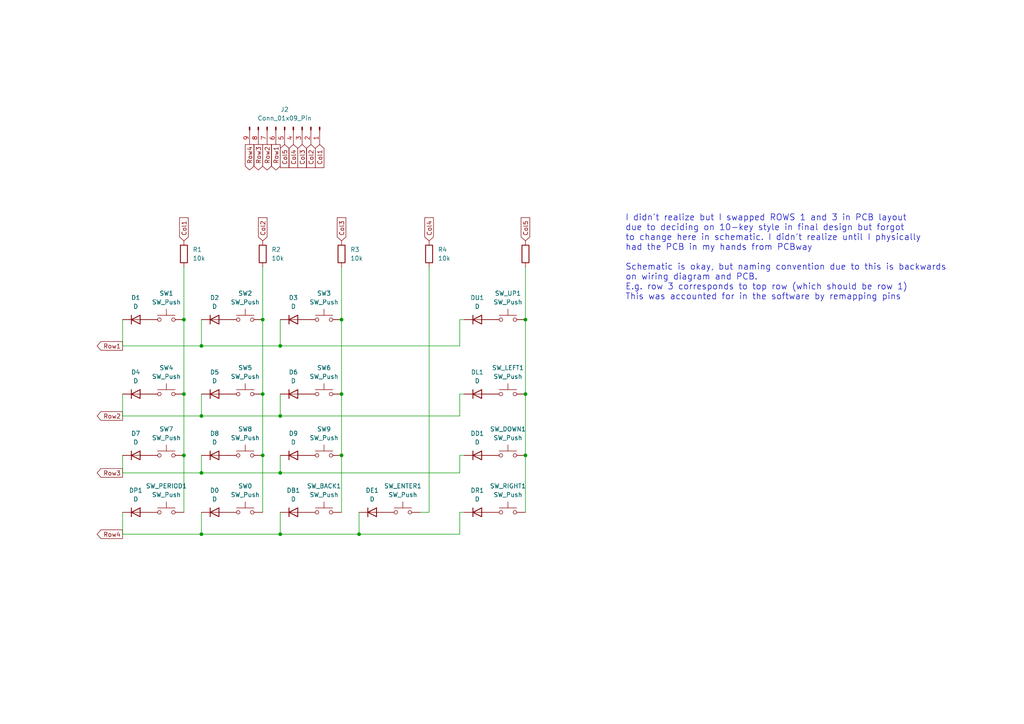
<source format=kicad_sch>
(kicad_sch (version 20231120) (generator "eeschema") (generator_version "8.0")
  (paper "A4")
  (lib_symbols
    (symbol "Connector:Conn_01x09_Pin" (pin_names (offset 1.016) hide)
      (property "Reference" "J" (at 0 12.7 0))
      (property "Value" "Conn_01x09_Pin" (at 0 -12.7 0))
      (symbol "Conn_01x09_Pin_1_1"
        (polyline (pts (xy 1.27 -10.16) (xy 0.8636 -10.16)) (stroke (width 0.1524)))
        (polyline (pts (xy 1.27 -7.62) (xy 0.8636 -7.62)) (stroke (width 0.1524)))
        (polyline (pts (xy 1.27 -5.08) (xy 0.8636 -5.08)) (stroke (width 0.1524)))
        (polyline (pts (xy 1.27 -2.54) (xy 0.8636 -2.54)) (stroke (width 0.1524)))
        (polyline (pts (xy 1.27 0) (xy 0.8636 0)) (stroke (width 0.1524)))
        (polyline (pts (xy 1.27 2.54) (xy 0.8636 2.54)) (stroke (width 0.1524)))
        (polyline (pts (xy 1.27 5.08) (xy 0.8636 5.08)) (stroke (width 0.1524)))
        (polyline (pts (xy 1.27 7.62) (xy 0.8636 7.62)) (stroke (width 0.1524)))
        (polyline (pts (xy 1.27 10.16) (xy 0.8636 10.16)) (stroke (width 0.1524)))
        (rectangle (start 0.8636 -10.033) (end 0 -10.287) (stroke (width 0.1524)) (fill (type outline)))
        (rectangle (start 0.8636 -7.493) (end 0 -7.747) (stroke (width 0.1524)) (fill (type outline)))
        (rectangle (start 0.8636 -4.953) (end 0 -5.207) (stroke (width 0.1524)) (fill (type outline)))
        (rectangle (start 0.8636 -2.413) (end 0 -2.667) (stroke (width 0.1524)) (fill (type outline)))
        (rectangle (start 0.8636 0.127) (end 0 -0.127) (stroke (width 0.1524)) (fill (type outline)))
        (rectangle (start 0.8636 2.667) (end 0 2.413) (stroke (width 0.1524)) (fill (type outline)))
        (rectangle (start 0.8636 5.207) (end 0 4.953) (stroke (width 0.1524)) (fill (type outline)))
        (rectangle (start 0.8636 7.747) (end 0 7.493) (stroke (width 0.1524)) (fill (type outline)))
        (rectangle (start 0.8636 10.287) (end 0 10.033) (stroke (width 0.1524)) (fill (type outline)))
        (pin passive line (at 5.08 10.16 180) (length 3.81) (name "Pin_1") (number "1"))
        (pin passive line (at 5.08 7.62 180) (length 3.81) (name "Pin_2") (number "2"))
        (pin passive line (at 5.08 5.08 180) (length 3.81) (name "Pin_3") (number "3"))
        (pin passive line (at 5.08 2.54 180) (length 3.81) (name "Pin_4") (number "4"))
        (pin passive line (at 5.08 0 180) (length 3.81) (name "Pin_5") (number "5"))
        (pin passive line (at 5.08 -2.54 180) (length 3.81) (name "Pin_6") (number "6"))
        (pin passive line (at 5.08 -5.08 180) (length 3.81) (name "Pin_7") (number "7"))
        (pin passive line (at 5.08 -7.62 180) (length 3.81) (name "Pin_8") (number "8"))
        (pin passive line (at 5.08 -10.16 180) (length 3.81) (name "Pin_9") (number "9"))
      )
    )
    (symbol "Device:D" (pin_numbers hide) (pin_names (offset 1.016) hide)
      (property "Reference" "D" (at 0 2.54 0))
      (property "Value" "D" (at 0 -2.54 0))
      (symbol "D_0_1"
        (polyline (pts (xy -1.27 1.27) (xy -1.27 -1.27)) (stroke (width 0.254)))
        (polyline (pts (xy 1.27 0) (xy -1.27 0)))
        (polyline (pts (xy 1.27 1.27) (xy 1.27 -1.27) (xy -1.27 0) (xy 1.27 1.27)) (stroke (width 0.254)))
      )
      (symbol "D_1_1"
        (pin passive line (at -3.81 0 0) (length 2.54) (name "K") (number "1"))
        (pin passive line (at 3.81 0 180) (length 2.54) (name "A") (number "2"))
      )
    )
    (symbol "Device:R" (pin_numbers hide) (pin_names (offset 0))
      (property "Reference" "R" (at 2.032 0 90))
      (property "Value" "R" (at 0 0 90))
      (symbol "R_0_1"
        (rectangle (start -1.016 -2.54) (end 1.016 2.54) (stroke (width 0.254)))
      )
      (symbol "R_1_1"
        (pin passive line (at 0 3.81 270) (length 1.27) (name "~") (number "1"))
        (pin passive line (at 0 -3.81 90) (length 1.27) (name "~") (number "2"))
      )
    )
    (symbol "Switch:SW_Push" (pin_numbers hide) (pin_names (offset 1.016) hide)
      (property "Reference" "SW" (at 1.27 2.54 0))
      (property "Value" "SW_Push" (at 0 -1.524 0))
      (symbol "SW_Push_0_1"
        (circle (center -2.032 0) (radius 0.508))
        (polyline (pts (xy 0 1.27) (xy 0 3.048)))
        (polyline (pts (xy 2.54 1.27) (xy -2.54 1.27)))
        (circle (center 2.032 0) (radius 0.508))
        (pin passive line (at -5.08 0 0) (length 2.54) (name "1") (number "1"))
        (pin passive line (at 5.08 0 180) (length 2.54) (name "2") (number "2"))
      )
    )
  )
  (junction (at 99.06 92.71))
  (junction (at 152.4 92.71))
  (junction (at 152.4 114.3))
  (junction (at 76.2 114.3))
  (junction (at 53.34 114.3))
  (junction (at 81.28 120.65))
  (junction (at 81.28 137.16))
  (junction (at 76.2 92.71))
  (junction (at 99.06 114.3))
  (junction (at 104.14 154.94))
  (junction (at 58.42 154.94))
  (junction (at 81.28 100.33))
  (junction (at 58.42 120.65))
  (junction (at 81.28 154.94))
  (junction (at 58.42 100.33))
  (junction (at 58.42 137.16))
  (junction (at 53.34 92.71))
  (junction (at 53.34 132.08))
  (junction (at 99.06 132.08))
  (junction (at 152.4 132.08))
  (junction (at 76.2 132.08))
  (wire (pts (xy 104.14 154.94) (xy 133.35 154.94)))
  (wire (pts (xy 133.35 92.71) (xy 133.35 100.33)))
  (wire (pts (xy 76.2 77.47) (xy 76.2 92.71)))
  (wire (pts (xy 76.2 132.08) (xy 76.2 114.3)))
  (wire (pts (xy 53.34 114.3) (xy 53.34 132.08)))
  (wire (pts (xy 81.28 148.59) (xy 81.28 154.94)))
  (wire (pts (xy 35.56 92.71) (xy 35.56 100.33)))
  (wire (pts (xy 35.56 137.16) (xy 58.42 137.16)))
  (wire (pts (xy 133.35 148.59) (xy 133.35 154.94)))
  (wire (pts (xy 76.2 132.08) (xy 76.2 148.59)))
  (wire (pts (xy 81.28 132.08) (xy 81.28 137.16)))
  (wire (pts (xy 99.06 92.71) (xy 99.06 114.3)))
  (wire (pts (xy 133.35 148.59) (xy 134.62 148.59)))
  (wire (pts (xy 35.56 148.59) (xy 35.56 154.94)))
  (wire (pts (xy 133.35 137.16) (xy 81.28 137.16)))
  (wire (pts (xy 152.4 77.47) (xy 152.4 92.71)))
  (wire (pts (xy 35.56 100.33) (xy 58.42 100.33)))
  (wire (pts (xy 133.35 132.08) (xy 134.62 132.08)))
  (wire (pts (xy 133.35 100.33) (xy 81.28 100.33)))
  (wire (pts (xy 35.56 114.3) (xy 35.56 120.65)))
  (wire (pts (xy 58.42 148.59) (xy 58.42 154.94)))
  (wire (pts (xy 35.56 120.65) (xy 58.42 120.65)))
  (wire (pts (xy 133.35 132.08) (xy 133.35 137.16)))
  (wire (pts (xy 58.42 154.94) (xy 81.28 154.94)))
  (wire (pts (xy 99.06 77.47) (xy 99.06 92.71)))
  (wire (pts (xy 58.42 120.65) (xy 81.28 120.65)))
  (wire (pts (xy 121.92 148.59) (xy 124.46 148.59)))
  (wire (pts (xy 152.4 132.08) (xy 152.4 148.59)))
  (wire (pts (xy 81.28 154.94) (xy 104.14 154.94)))
  (wire (pts (xy 81.28 92.71) (xy 81.28 100.33)))
  (wire (pts (xy 58.42 114.3) (xy 58.42 120.65)))
  (wire (pts (xy 35.56 154.94) (xy 58.42 154.94)))
  (wire (pts (xy 76.2 92.71) (xy 76.2 114.3)))
  (wire (pts (xy 133.35 114.3) (xy 134.62 114.3)))
  (wire (pts (xy 35.56 132.08) (xy 35.56 137.16)))
  (wire (pts (xy 152.4 92.71) (xy 152.4 114.3)))
  (wire (pts (xy 58.42 100.33) (xy 81.28 100.33)))
  (wire (pts (xy 58.42 132.08) (xy 58.42 137.16)))
  (wire (pts (xy 133.35 114.3) (xy 133.35 120.65)))
  (wire (pts (xy 99.06 114.3) (xy 99.06 132.08)))
  (wire (pts (xy 104.14 148.59) (xy 104.14 154.94)))
  (wire (pts (xy 53.34 132.08) (xy 53.34 148.59)))
  (wire (pts (xy 152.4 114.3) (xy 152.4 132.08)))
  (wire (pts (xy 124.46 148.59) (xy 124.46 77.47)))
  (wire (pts (xy 53.34 92.71) (xy 53.34 114.3)))
  (wire (pts (xy 134.62 92.71) (xy 133.35 92.71)))
  (wire (pts (xy 99.06 132.08) (xy 99.06 148.59)))
  (wire (pts (xy 133.35 120.65) (xy 81.28 120.65)))
  (wire (pts (xy 58.42 92.71) (xy 58.42 100.33)))
  (wire (pts (xy 53.34 77.47) (xy 53.34 92.71)))
  (wire (pts (xy 58.42 137.16) (xy 81.28 137.16)))
  (wire (pts (xy 81.28 114.3) (xy 81.28 120.65)))
  (text "I didn't realize but I swapped ROWS 1 and 3 in PCB layout \ndue to deciding on 10-key style in final design but forgot \nto change here in schematic. I didn't realize until I physically\nhad the PCB in my hands from PCBway\n\nSchematic is okay, but naming convention due to this is backwards \non wiring diagram and PCB. \nE.g. row 3 corresponds to top row (which should be row 1)\nThis was accounted for in the software by remapping pins" (at 181.356 74.676 0) (effects (font (size 1.778 1.778)) (justify left)))
  (global_label "Col5" (shape input) (at 152.4 69.85 90) (property "Intersheetrefs" "${INTERSHEET_REFS}" (effects (hide yes))))
  (global_label "Row2" (shape output) (at 77.47 41.91 270) (property "Intersheetrefs" "${INTERSHEET_REFS}" (effects (hide yes))))
  (global_label "Col3" (shape input) (at 87.63 41.91 270) (property "Intersheetrefs" "${INTERSHEET_REFS}" (effects (hide yes))))
  (global_label "Col2" (shape input) (at 90.17 41.91 270) (property "Intersheetrefs" "${INTERSHEET_REFS}" (effects (hide yes))))
  (global_label "Row3" (shape output) (at 74.93 41.91 270) (property "Intersheetrefs" "${INTERSHEET_REFS}" (effects (hide yes))))
  (global_label "Row3" (shape output) (at 35.56 137.16 180) (property "Intersheetrefs" "${INTERSHEET_REFS}" (effects (hide yes))))
  (global_label "Col4" (shape input) (at 124.46 69.85 90) (property "Intersheetrefs" "${INTERSHEET_REFS}" (effects (hide yes))))
  (global_label "Col1" (shape input) (at 92.71 41.91 270) (property "Intersheetrefs" "${INTERSHEET_REFS}" (effects (hide yes))))
  (global_label "Row4" (shape output) (at 72.39 41.91 270) (property "Intersheetrefs" "${INTERSHEET_REFS}" (effects (hide yes))))
  (global_label "Col4" (shape input) (at 85.09 41.91 270) (property "Intersheetrefs" "${INTERSHEET_REFS}" (effects (hide yes))))
  (global_label "Row2" (shape output) (at 35.56 120.65 180) (property "Intersheetrefs" "${INTERSHEET_REFS}" (effects (hide yes))))
  (global_label "Col5" (shape input) (at 82.55 41.91 270) (property "Intersheetrefs" "${INTERSHEET_REFS}" (effects (hide yes))))
  (global_label "Col1" (shape input) (at 53.34 69.85 90) (property "Intersheetrefs" "${INTERSHEET_REFS}" (effects (hide yes))))
  (global_label "Row4" (shape output) (at 35.56 154.94 180) (property "Intersheetrefs" "${INTERSHEET_REFS}" (effects (hide yes))))
  (global_label "Col3" (shape input) (at 99.06 69.85 90) (property "Intersheetrefs" "${INTERSHEET_REFS}" (effects (hide yes))))
  (global_label "Row1" (shape output) (at 80.01 41.91 270) (property "Intersheetrefs" "${INTERSHEET_REFS}" (effects (hide yes))))
  (global_label "Row1" (shape output) (at 35.56 100.33 180) (property "Intersheetrefs" "${INTERSHEET_REFS}" (effects (hide yes))))
  (global_label "Col2" (shape input) (at 76.2 69.85 90) (property "Intersheetrefs" "${INTERSHEET_REFS}" (effects (hide yes))))
  (symbol (lib_id "Switch:SW_Push") (at 48.26 114.3 0) (unit 1)
    (property "Reference" "SW4" (at 48.26 106.68 0))
    (property "Value" "SW_Push" (at 48.26 109.22 0))
    (property "Footprint" "Button_Switch_THT:SW_PUSH-12mm" (effects (hide yes)))
    (property "Description" "Push button switch, generic, two pins" (effects (hide yes)))
  )
  (symbol (lib_id "Switch:SW_Push") (at 71.12 114.3 0) (unit 1)
    (property "Reference" "SW5" (at 71.12 106.68 0))
    (property "Value" "SW_Push" (at 71.12 109.22 0))
    (property "Footprint" "Button_Switch_THT:SW_PUSH-12mm" (effects (hide yes)))
    (property "Description" "Push button switch, generic, two pins" (effects (hide yes)))
  )
  (symbol (lib_id "Device:D") (at 85.09 92.71 0) (unit 1)
    (property "Reference" "D3" (at 85.09 86.36 0))
    (property "Value" "D" (at 85.09 88.9 0))
    (property "Footprint" "Diode_THT:D_DO-35_SOD27_P7.62mm_Horizontal" (effects (hide yes)))
    (property "Description" "Diode" (effects (hide yes)))
    (property "Sim.Device" "D" (effects (hide yes)))
    (property "Sim.Pins" "1=K 2=A" (effects (hide yes)))
  )
  (symbol (lib_id "Device:R") (at 124.46 73.66 180) (unit 1)
    (property "Reference" "R4" (at 127 72.3899 0) (effects (justify right)))
    (property "Value" "10k" (at 127 74.9299 0) (effects (justify right)))
    (property "Footprint" "Resistor_THT:R_Axial_DIN0204_L3.6mm_D1.6mm_P5.08mm_Horizontal" (effects (hide yes)))
    (property "Description" "Resistor" (effects (hide yes)))
  )
  (symbol (lib_id "Switch:SW_Push") (at 93.98 114.3 0) (unit 1)
    (property "Reference" "SW6" (at 93.98 106.68 0))
    (property "Value" "SW_Push" (at 93.98 109.22 0))
    (property "Footprint" "Button_Switch_THT:SW_PUSH-12mm" (effects (hide yes)))
    (property "Description" "Push button switch, generic, two pins" (effects (hide yes)))
  )
  (symbol (lib_id "Device:R") (at 99.06 73.66 180) (unit 1)
    (property "Reference" "R3" (at 101.6 72.3899 0) (effects (justify right)))
    (property "Value" "10k" (at 101.6 74.9299 0) (effects (justify right)))
    (property "Footprint" "Resistor_THT:R_Axial_DIN0204_L3.6mm_D1.6mm_P5.08mm_Horizontal" (effects (hide yes)))
    (property "Description" "Resistor" (effects (hide yes)))
  )
  (symbol (lib_id "Device:D") (at 138.43 92.71 0) (unit 1)
    (property "Reference" "DU1" (at 138.43 86.36 0))
    (property "Value" "D" (at 138.43 88.9 0))
    (property "Footprint" "Diode_THT:D_DO-35_SOD27_P7.62mm_Horizontal" (effects (hide yes)))
    (property "Description" "Diode" (effects (hide yes)))
    (property "Sim.Device" "D" (effects (hide yes)))
    (property "Sim.Pins" "1=K 2=A" (effects (hide yes)))
  )
  (symbol (lib_id "Device:D") (at 85.09 148.59 0) (unit 1)
    (property "Reference" "DB1" (at 85.09 142.24 0))
    (property "Value" "D" (at 85.09 144.78 0))
    (property "Footprint" "Diode_THT:D_DO-35_SOD27_P7.62mm_Horizontal" (effects (hide yes)))
    (property "Description" "Diode" (effects (hide yes)))
    (property "Sim.Device" "D" (effects (hide yes)))
    (property "Sim.Pins" "1=K 2=A" (effects (hide yes)))
  )
  (symbol (lib_id "Device:R") (at 53.34 73.66 180) (unit 1)
    (property "Reference" "R1" (at 55.88 72.3899 0) (effects (justify right)))
    (property "Value" "10k" (at 55.88 74.9299 0) (effects (justify right)))
    (property "Footprint" "Resistor_THT:R_Axial_DIN0204_L3.6mm_D1.6mm_P5.08mm_Horizontal" (effects (hide yes)))
    (property "Description" "Resistor" (effects (hide yes)))
  )
  (symbol (lib_id "Device:D") (at 62.23 132.08 0) (unit 1)
    (property "Reference" "D8" (at 62.23 125.73 0))
    (property "Value" "D" (at 62.23 128.27 0))
    (property "Footprint" "Diode_THT:D_DO-35_SOD27_P7.62mm_Horizontal" (effects (hide yes)))
    (property "Description" "Diode" (effects (hide yes)))
    (property "Sim.Device" "D" (effects (hide yes)))
    (property "Sim.Pins" "1=K 2=A" (effects (hide yes)))
  )
  (symbol (lib_id "Switch:SW_Push") (at 71.12 92.71 0) (unit 1)
    (property "Reference" "SW2" (at 71.12 85.09 0))
    (property "Value" "SW_Push" (at 71.12 87.63 0))
    (property "Footprint" "Button_Switch_THT:SW_PUSH-12mm" (effects (hide yes)))
    (property "Description" "Push button switch, generic, two pins" (effects (hide yes)))
  )
  (symbol (lib_id "Device:D") (at 138.43 132.08 0) (unit 1)
    (property "Reference" "DD1" (at 138.43 125.73 0))
    (property "Value" "D" (at 138.43 128.27 0))
    (property "Footprint" "Diode_THT:D_DO-35_SOD27_P7.62mm_Horizontal" (effects (hide yes)))
    (property "Description" "Diode" (effects (hide yes)))
    (property "Sim.Device" "D" (effects (hide yes)))
    (property "Sim.Pins" "1=K 2=A" (effects (hide yes)))
  )
  (symbol (lib_id "Device:D") (at 39.37 132.08 0) (unit 1)
    (property "Reference" "D7" (at 39.37 125.73 0))
    (property "Value" "D" (at 39.37 128.27 0))
    (property "Footprint" "Diode_THT:D_DO-35_SOD27_P7.62mm_Horizontal" (effects (hide yes)))
    (property "Description" "Diode" (effects (hide yes)))
    (property "Sim.Device" "D" (effects (hide yes)))
    (property "Sim.Pins" "1=K 2=A" (effects (hide yes)))
  )
  (symbol (lib_id "Device:R") (at 76.2 73.66 180) (unit 1)
    (property "Reference" "R2" (at 78.74 72.3899 0) (effects (justify right)))
    (property "Value" "10k" (at 78.74 74.9299 0) (effects (justify right)))
    (property "Footprint" "Resistor_THT:R_Axial_DIN0204_L3.6mm_D1.6mm_P5.08mm_Horizontal" (effects (hide yes)))
    (property "Description" "Resistor" (effects (hide yes)))
  )
  (symbol (lib_id "Device:D") (at 62.23 114.3 0) (unit 1)
    (property "Reference" "D5" (at 62.23 107.95 0))
    (property "Value" "D" (at 62.23 110.49 0))
    (property "Footprint" "Diode_THT:D_DO-35_SOD27_P7.62mm_Horizontal" (effects (hide yes)))
    (property "Description" "Diode" (effects (hide yes)))
    (property "Sim.Device" "D" (effects (hide yes)))
    (property "Sim.Pins" "1=K 2=A" (effects (hide yes)))
  )
  (symbol (lib_id "Device:D") (at 62.23 92.71 0) (unit 1)
    (property "Reference" "D2" (at 62.23 86.36 0))
    (property "Value" "D" (at 62.23 88.9 0))
    (property "Footprint" "Diode_THT:D_DO-35_SOD27_P7.62mm_Horizontal" (effects (hide yes)))
    (property "Description" "Diode" (effects (hide yes)))
    (property "Sim.Device" "D" (effects (hide yes)))
    (property "Sim.Pins" "1=K 2=A" (effects (hide yes)))
  )
  (symbol (lib_id "Device:D") (at 62.23 148.59 0) (unit 1)
    (property "Reference" "D0" (at 62.23 142.24 0))
    (property "Value" "D" (at 62.23 144.78 0))
    (property "Footprint" "Diode_THT:D_DO-35_SOD27_P7.62mm_Horizontal" (effects (hide yes)))
    (property "Description" "Diode" (effects (hide yes)))
    (property "Sim.Device" "D" (effects (hide yes)))
    (property "Sim.Pins" "1=K 2=A" (effects (hide yes)))
  )
  (symbol (lib_id "Switch:SW_Push") (at 93.98 132.08 0) (unit 1)
    (property "Reference" "SW9" (at 93.98 124.46 0))
    (property "Value" "SW_Push" (at 93.98 127 0))
    (property "Footprint" "Button_Switch_THT:SW_PUSH-12mm" (effects (hide yes)))
    (property "Description" "Push button switch, generic, two pins" (effects (hide yes)))
  )
  (symbol (lib_id "Device:D") (at 107.95 148.59 0) (unit 1)
    (property "Reference" "DE1" (at 107.95 142.24 0))
    (property "Value" "D" (at 107.95 144.78 0))
    (property "Footprint" "Diode_THT:D_DO-35_SOD27_P7.62mm_Horizontal" (effects (hide yes)))
    (property "Description" "Diode" (effects (hide yes)))
    (property "Sim.Device" "D" (effects (hide yes)))
    (property "Sim.Pins" "1=K 2=A" (effects (hide yes)))
  )
  (symbol (lib_id "Switch:SW_Push") (at 71.12 148.59 0) (unit 1)
    (property "Reference" "SW0" (at 71.12 140.97 0))
    (property "Value" "SW_Push" (at 71.12 143.51 0))
    (property "Footprint" "Button_Switch_THT:SW_PUSH-12mm" (effects (hide yes)))
    (property "Description" "Push button switch, generic, two pins" (effects (hide yes)))
  )
  (symbol (lib_id "Device:D") (at 85.09 114.3 0) (unit 1)
    (property "Reference" "D6" (at 85.09 107.95 0))
    (property "Value" "D" (at 85.09 110.49 0))
    (property "Footprint" "Diode_THT:D_DO-35_SOD27_P7.62mm_Horizontal" (effects (hide yes)))
    (property "Description" "Diode" (effects (hide yes)))
    (property "Sim.Device" "D" (effects (hide yes)))
    (property "Sim.Pins" "1=K 2=A" (effects (hide yes)))
  )
  (symbol (lib_id "Device:D") (at 138.43 148.59 0) (unit 1)
    (property "Reference" "DR1" (at 138.43 142.24 0))
    (property "Value" "D" (at 138.43 144.78 0))
    (property "Footprint" "Diode_THT:D_DO-35_SOD27_P7.62mm_Horizontal" (effects (hide yes)))
    (property "Description" "Diode" (effects (hide yes)))
    (property "Sim.Device" "D" (effects (hide yes)))
    (property "Sim.Pins" "1=K 2=A" (effects (hide yes)))
  )
  (symbol (lib_id "Switch:SW_Push") (at 147.32 114.3 0) (unit 1)
    (property "Reference" "SW_LEFT1" (at 147.32 106.68 0))
    (property "Value" "SW_Push" (at 147.32 109.22 0))
    (property "Footprint" "Button_Switch_THT:SW_PUSH_6mm" (effects (hide yes)))
    (property "Description" "Push button switch, generic, two pins" (effects (hide yes)))
  )
  (symbol (lib_id "Switch:SW_Push") (at 71.12 132.08 0) (unit 1)
    (property "Reference" "SW8" (at 71.12 124.46 0))
    (property "Value" "SW_Push" (at 71.12 127 0))
    (property "Footprint" "Button_Switch_THT:SW_PUSH-12mm" (effects (hide yes)))
    (property "Description" "Push button switch, generic, two pins" (effects (hide yes)))
  )
  (symbol (lib_id "Switch:SW_Push") (at 93.98 148.59 0) (unit 1)
    (property "Reference" "SW_BACK1" (at 93.98 140.97 0))
    (property "Value" "SW_Push" (at 93.98 143.51 0))
    (property "Footprint" "Button_Switch_THT:SW_PUSH-12mm" (effects (hide yes)))
    (property "Description" "Push button switch, generic, two pins" (effects (hide yes)))
  )
  (symbol (lib_id "Device:D") (at 39.37 148.59 0) (unit 1)
    (property "Reference" "DP1" (at 39.37 142.24 0))
    (property "Value" "D" (at 39.37 144.78 0))
    (property "Footprint" "Diode_THT:D_DO-35_SOD27_P7.62mm_Horizontal" (effects (hide yes)))
    (property "Description" "Diode" (effects (hide yes)))
    (property "Sim.Device" "D" (effects (hide yes)))
    (property "Sim.Pins" "1=K 2=A" (effects (hide yes)))
  )
  (symbol (lib_id "Device:D") (at 39.37 92.71 0) (unit 1)
    (property "Reference" "D1" (at 39.37 86.36 0))
    (property "Value" "D" (at 39.37 88.9 0))
    (property "Footprint" "Diode_THT:D_DO-35_SOD27_P7.62mm_Horizontal" (effects (hide yes)))
    (property "Description" "Diode" (effects (hide yes)))
    (property "Sim.Device" "D" (effects (hide yes)))
    (property "Sim.Pins" "1=K 2=A" (effects (hide yes)))
  )
  (symbol (lib_id "Switch:SW_Push") (at 147.32 92.71 0) (unit 1)
    (property "Reference" "SW_UP1" (at 147.32 85.09 0))
    (property "Value" "SW_Push" (at 147.32 87.63 0))
    (property "Footprint" "Button_Switch_THT:SW_PUSH_6mm" (effects (hide yes)))
    (property "Description" "Push button switch, generic, two pins" (effects (hide yes)))
  )
  (symbol (lib_id "Switch:SW_Push") (at 48.26 148.59 0) (unit 1)
    (property "Reference" "SW_PERIOD1" (at 48.26 140.97 0))
    (property "Value" "SW_Push" (at 48.26 143.51 0))
    (property "Footprint" "Button_Switch_THT:SW_PUSH-12mm" (effects (hide yes)))
    (property "Description" "Push button switch, generic, two pins" (effects (hide yes)))
  )
  (symbol (lib_id "Device:D") (at 39.37 114.3 0) (unit 1)
    (property "Reference" "D4" (at 39.37 107.95 0))
    (property "Value" "D" (at 39.37 110.49 0))
    (property "Footprint" "Diode_THT:D_DO-35_SOD27_P7.62mm_Horizontal" (effects (hide yes)))
    (property "Description" "Diode" (effects (hide yes)))
    (property "Sim.Device" "D" (effects (hide yes)))
    (property "Sim.Pins" "1=K 2=A" (effects (hide yes)))
  )
  (symbol (lib_id "Switch:SW_Push") (at 48.26 132.08 0) (unit 1)
    (property "Reference" "SW7" (at 48.26 124.46 0))
    (property "Value" "SW_Push" (at 48.26 127 0))
    (property "Footprint" "Button_Switch_THT:SW_PUSH-12mm" (effects (hide yes)))
    (property "Description" "Push button switch, generic, two pins" (effects (hide yes)))
  )
  (symbol (lib_id "Connector:Conn_01x09_Pin") (at 82.55 36.83 270) (unit 1)
    (property "Reference" "J2" (at 82.55 31.75 90))
    (property "Value" "Conn_01x09_Pin" (at 82.55 34.29 90))
    (property "Footprint" "Connector_PinHeader_2.54mm:PinHeader_1x09_P2.54mm_Vertical" (effects (hide yes)))
    (property "Description" "Generic connector, single row, 01x09, script generated" (effects (hide yes)))
  )
  (symbol (lib_id "Device:R") (at 152.4 73.66 180) (unit 1)
    (property "Reference" "R5" (effects (hide yes)))
    (property "Value" "10k" (effects (hide yes)))
    (property "Footprint" "Resistor_THT:R_Axial_DIN0204_L3.6mm_D1.6mm_P5.08mm_Horizontal" (effects (hide yes)))
    (property "Description" "Resistor" (effects (hide yes)))
  )
  (symbol (lib_id "Device:D") (at 138.43 114.3 0) (unit 1)
    (property "Reference" "DL1" (at 138.43 107.95 0))
    (property "Value" "D" (at 138.43 110.49 0))
    (property "Footprint" "Diode_THT:D_DO-35_SOD27_P7.62mm_Horizontal" (effects (hide yes)))
    (property "Description" "Diode" (effects (hide yes)))
    (property "Sim.Device" "D" (effects (hide yes)))
    (property "Sim.Pins" "1=K 2=A" (effects (hide yes)))
  )
  (symbol (lib_id "Switch:SW_Push") (at 93.98 92.71 0) (unit 1)
    (property "Reference" "SW3" (at 93.98 85.09 0))
    (property "Value" "SW_Push" (at 93.98 87.63 0))
    (property "Footprint" "Button_Switch_THT:SW_PUSH-12mm" (effects (hide yes)))
    (property "Description" "Push button switch, generic, two pins" (effects (hide yes)))
  )
  (symbol (lib_id "Switch:SW_Push") (at 147.32 148.59 0) (unit 1)
    (property "Reference" "SW_RIGHT1" (at 147.32 140.97 0))
    (property "Value" "SW_Push" (at 147.32 143.51 0))
    (property "Footprint" "Button_Switch_THT:SW_PUSH_6mm" (effects (hide yes)))
    (property "Description" "Push button switch, generic, two pins" (effects (hide yes)))
  )
  (symbol (lib_id "Device:D") (at 85.09 132.08 0) (unit 1)
    (property "Reference" "D9" (at 85.09 125.73 0))
    (property "Value" "D" (at 85.09 128.27 0))
    (property "Footprint" "Diode_THT:D_DO-35_SOD27_P7.62mm_Horizontal" (effects (hide yes)))
    (property "Description" "Diode" (effects (hide yes)))
    (property "Sim.Device" "D" (effects (hide yes)))
    (property "Sim.Pins" "1=K 2=A" (effects (hide yes)))
  )
  (symbol (lib_id "Switch:SW_Push") (at 116.84 148.59 0) (unit 1)
    (property "Reference" "SW_ENTER1" (at 116.84 140.97 0))
    (property "Value" "SW_Push" (at 116.84 143.51 0))
    (property "Footprint" "Button_Switch_THT:SW_PUSH-12mm" (effects (hide yes)))
    (property "Description" "Push button switch, generic, two pins" (effects (hide yes)))
  )
  (symbol (lib_id "Switch:SW_Push") (at 147.32 132.08 0) (unit 1)
    (property "Reference" "SW_DOWN1" (at 147.32 124.46 0))
    (property "Value" "SW_Push" (at 147.32 127 0))
    (property "Footprint" "Button_Switch_THT:SW_PUSH_6mm" (effects (hide yes)))
    (property "Description" "Push button switch, generic, two pins" (effects (hide yes)))
  )
  (symbol (lib_id "Switch:SW_Push") (at 48.26 92.71 0) (unit 1)
    (property "Reference" "SW1" (at 48.26 85.09 0))
    (property "Value" "SW_Push" (at 48.26 87.63 0))
    (property "Footprint" "Button_Switch_THT:SW_PUSH-12mm" (effects (hide yes)))
    (property "Description" "Push button switch, generic, two pins" (effects (hide yes)))
  )
)
</source>
